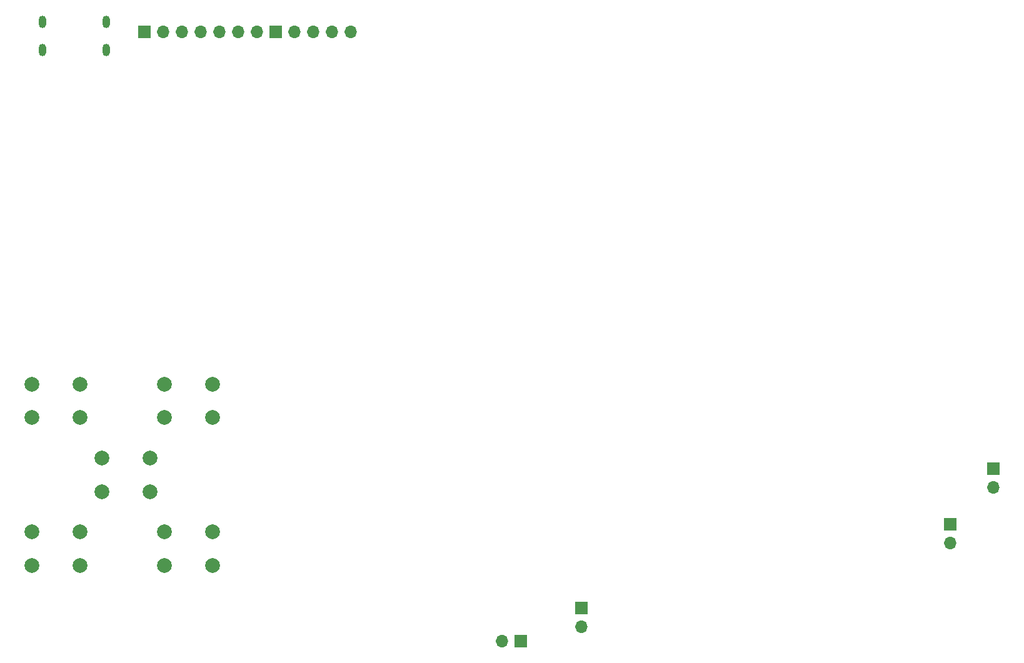
<source format=gbr>
%TF.GenerationSoftware,KiCad,Pcbnew,(5.1.10)-1*%
%TF.CreationDate,2021-12-02T19:38:37+09:00*%
%TF.ProjectId,KiCAD_Gentlman_V5.3,4b694341-445f-4476-956e-746c6d616e5f,rev?*%
%TF.SameCoordinates,Original*%
%TF.FileFunction,Soldermask,Bot*%
%TF.FilePolarity,Negative*%
%FSLAX46Y46*%
G04 Gerber Fmt 4.6, Leading zero omitted, Abs format (unit mm)*
G04 Created by KiCad (PCBNEW (5.1.10)-1) date 2021-12-02 19:38:37*
%MOMM*%
%LPD*%
G01*
G04 APERTURE LIST*
%ADD10O,1.700000X1.700000*%
%ADD11R,1.700000X1.700000*%
%ADD12O,1.000000X1.700000*%
%ADD13C,2.000000*%
G04 APERTURE END LIST*
D10*
%TO.C,J8*%
X90460000Y-105500000D03*
D11*
X93000000Y-105500000D03*
%TD*%
D12*
%TO.C,J4*%
X36820000Y-25400000D03*
X28180000Y-25400000D03*
X28180000Y-21600000D03*
X36820000Y-21600000D03*
%TD*%
D13*
%TO.C,SW3*%
X26750000Y-95250000D03*
X26750000Y-90750000D03*
X33250000Y-95250000D03*
X33250000Y-90750000D03*
%TD*%
%TO.C,SW2*%
X44750000Y-75250000D03*
X44750000Y-70750000D03*
X51250000Y-75250000D03*
X51250000Y-70750000D03*
%TD*%
D11*
%TO.C,J1*%
X42000000Y-23000000D03*
D10*
X44540000Y-23000000D03*
X47080000Y-23000000D03*
X49620000Y-23000000D03*
X52160000Y-23000000D03*
X54700000Y-23000000D03*
X57240000Y-23000000D03*
%TD*%
D11*
%TO.C,JP3*%
X151100000Y-89700000D03*
D10*
X151100000Y-92240000D03*
%TD*%
D11*
%TO.C,JP2*%
X101200000Y-101060000D03*
D10*
X101200000Y-103600000D03*
%TD*%
D11*
%TO.C,JP1*%
X157000000Y-82200000D03*
D10*
X157000000Y-84740000D03*
%TD*%
D13*
%TO.C,SW1*%
X26750000Y-75250000D03*
X26750000Y-70750000D03*
X33250000Y-75250000D03*
X33250000Y-70750000D03*
%TD*%
%TO.C,SW5*%
X36250000Y-85250000D03*
X36250000Y-80750000D03*
X42750000Y-85250000D03*
X42750000Y-80750000D03*
%TD*%
%TO.C,SW4*%
X44750000Y-95250000D03*
X44750000Y-90750000D03*
X51250000Y-95250000D03*
X51250000Y-90750000D03*
%TD*%
D11*
%TO.C,J7*%
X59780000Y-23000000D03*
D10*
X62320000Y-23000000D03*
X64860000Y-23000000D03*
X67400000Y-23000000D03*
X69940000Y-23000000D03*
%TD*%
M02*

</source>
